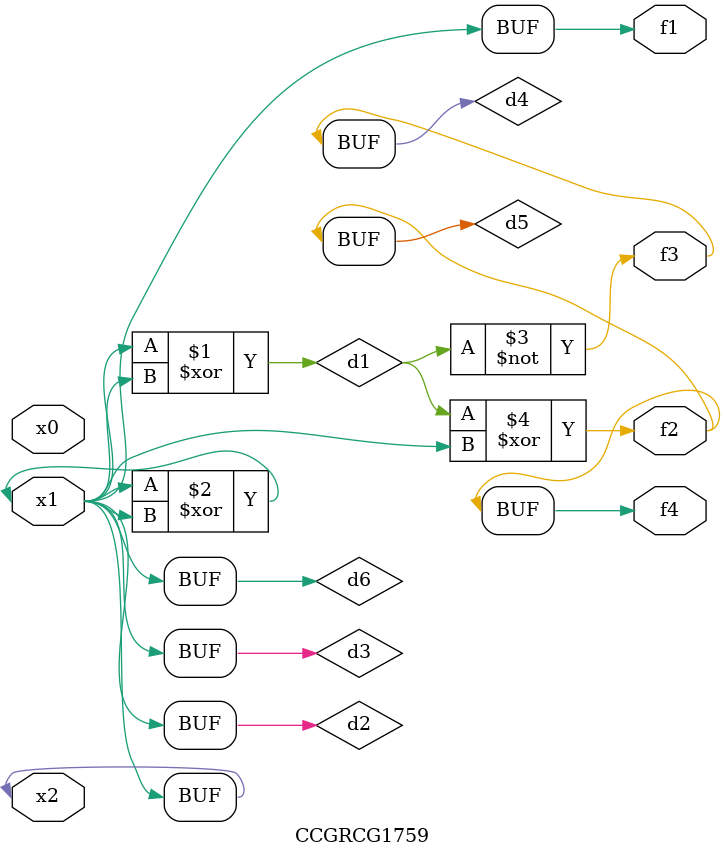
<source format=v>
module CCGRCG1759(
	input x0, x1, x2,
	output f1, f2, f3, f4
);

	wire d1, d2, d3, d4, d5, d6;

	xor (d1, x1, x2);
	buf (d2, x1, x2);
	xor (d3, x1, x2);
	nor (d4, d1);
	xor (d5, d1, d2);
	buf (d6, d2, d3);
	assign f1 = d6;
	assign f2 = d5;
	assign f3 = d4;
	assign f4 = d5;
endmodule

</source>
